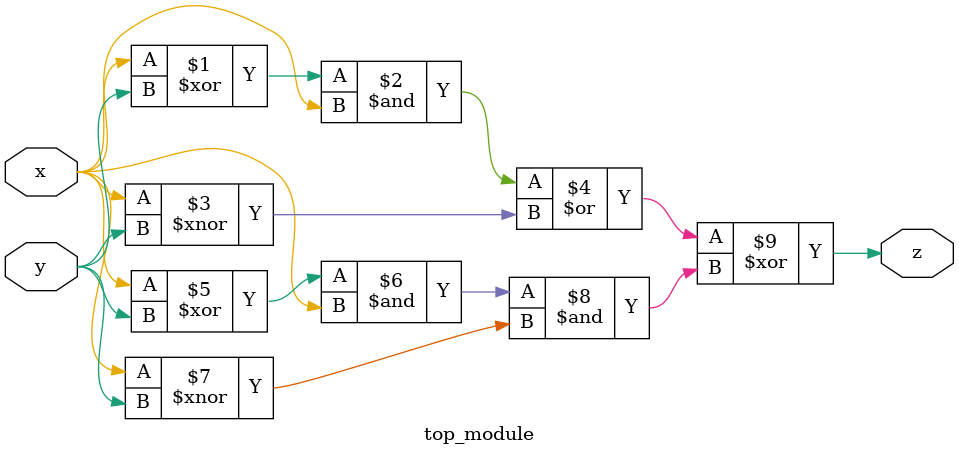
<source format=v>
module top_module (input x, input y, output z);
wire z1, z2, z3, z4, a, b;
    assign z = (((x^y) & x)|(x~^y)) ^ (((x^y) & x)&(x~^y)); // use combination of AND, XNOR, XOR, gates
   
endmodule

</source>
